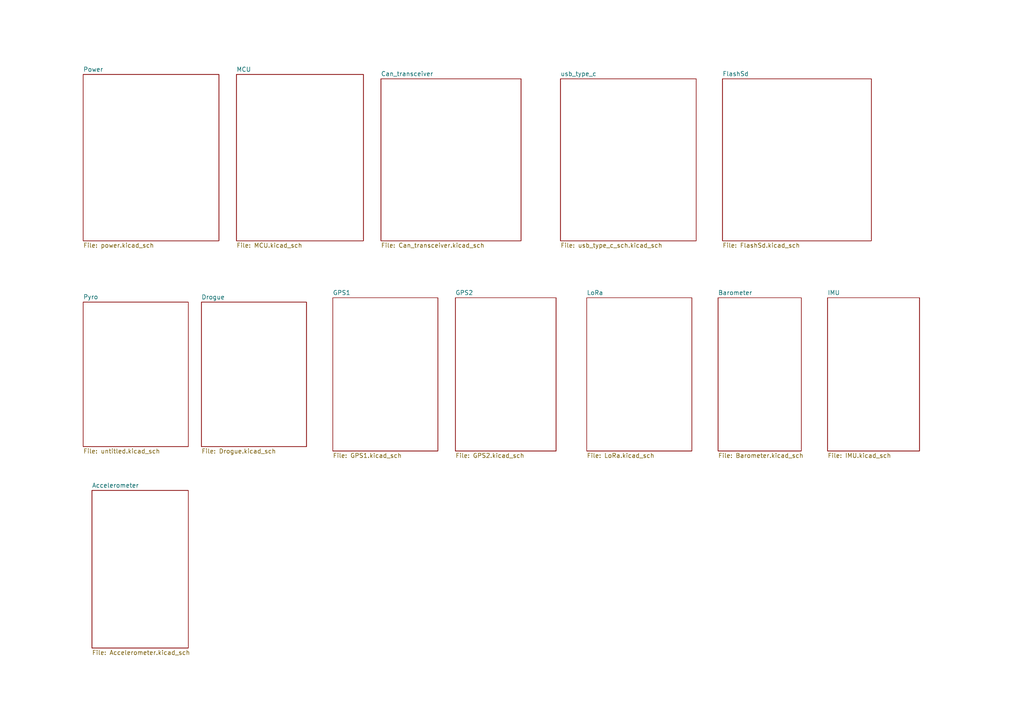
<source format=kicad_sch>
(kicad_sch
	(version 20250114)
	(generator "eeschema")
	(generator_version "9.0")
	(uuid "6cb3dda3-5fe8-4715-b831-354360aa3199")
	(paper "A4")
	(lib_symbols)
	(sheet
		(at 24.13 87.63)
		(size 30.48 41.91)
		(exclude_from_sim no)
		(in_bom yes)
		(on_board yes)
		(dnp no)
		(stroke
			(width 0.1524)
			(type solid)
		)
		(fill
			(color 0 0 0 0.0000)
		)
		(uuid "00a4b53a-09dd-45fe-9668-74427c57713f")
		(property "Sheetname" "Pyro"
			(at 24.13 86.868 0)
			(effects
				(font
					(size 1.27 1.27)
				)
				(justify left bottom)
			)
		)
		(property "Sheetfile" "untitled.kicad_sch"
			(at 24.13 130.1246 0)
			(effects
				(font
					(size 1.27 1.27)
				)
				(justify left top)
			)
		)
		(instances
			(project "flightcomputer2"
				(path "/6cb3dda3-5fe8-4715-b831-354360aa3199"
					(page "3")
				)
			)
		)
	)
	(sheet
		(at 162.56 22.86)
		(size 39.37 46.99)
		(exclude_from_sim no)
		(in_bom yes)
		(on_board yes)
		(dnp no)
		(fields_autoplaced yes)
		(stroke
			(width 0.1524)
			(type solid)
		)
		(fill
			(color 0 0 0 0.0000)
		)
		(uuid "105f27ec-5fab-44f4-a683-69b23a7486f0")
		(property "Sheetname" "usb_type_c"
			(at 162.56 22.1484 0)
			(effects
				(font
					(size 1.27 1.27)
				)
				(justify left bottom)
			)
		)
		(property "Sheetfile" "usb_type_c_sch.kicad_sch"
			(at 162.56 70.4346 0)
			(effects
				(font
					(size 1.27 1.27)
				)
				(justify left top)
			)
		)
		(instances
			(project "flightcomputer2"
				(path "/6cb3dda3-5fe8-4715-b831-354360aa3199"
					(page "7")
				)
			)
		)
	)
	(sheet
		(at 68.58 21.59)
		(size 36.83 48.26)
		(exclude_from_sim no)
		(in_bom yes)
		(on_board yes)
		(dnp no)
		(fields_autoplaced yes)
		(stroke
			(width 0.1524)
			(type solid)
		)
		(fill
			(color 0 0 0 0.0000)
		)
		(uuid "2415024d-c1fa-457e-8c6b-d01152b96a1d")
		(property "Sheetname" "MCU"
			(at 68.58 20.8784 0)
			(effects
				(font
					(size 1.27 1.27)
				)
				(justify left bottom)
			)
		)
		(property "Sheetfile" "MCU.kicad_sch"
			(at 68.58 70.4346 0)
			(effects
				(font
					(size 1.27 1.27)
				)
				(justify left top)
			)
		)
		(instances
			(project "flightcomputer2"
				(path "/6cb3dda3-5fe8-4715-b831-354360aa3199"
					(page "2")
				)
			)
		)
	)
	(sheet
		(at 96.52 86.36)
		(size 30.48 44.45)
		(exclude_from_sim no)
		(in_bom yes)
		(on_board yes)
		(dnp no)
		(fields_autoplaced yes)
		(stroke
			(width 0.1524)
			(type solid)
		)
		(fill
			(color 0 0 0 0.0000)
		)
		(uuid "48dec4ea-003d-4181-8fc8-af0c53e2850d")
		(property "Sheetname" "GPS1"
			(at 96.52 85.6484 0)
			(effects
				(font
					(size 1.27 1.27)
				)
				(justify left bottom)
			)
		)
		(property "Sheetfile" "GPS1.kicad_sch"
			(at 96.52 131.3946 0)
			(effects
				(font
					(size 1.27 1.27)
				)
				(justify left top)
			)
		)
		(instances
			(project "flightcomputer2"
				(path "/6cb3dda3-5fe8-4715-b831-354360aa3199"
					(page "8")
				)
			)
		)
	)
	(sheet
		(at 58.42 87.63)
		(size 30.48 41.91)
		(exclude_from_sim no)
		(in_bom yes)
		(on_board yes)
		(dnp no)
		(fields_autoplaced yes)
		(stroke
			(width 0.1524)
			(type solid)
		)
		(fill
			(color 0 0 0 0.0000)
		)
		(uuid "49edfe84-9da0-4fce-8baf-f24126c92814")
		(property "Sheetname" "Drogue"
			(at 58.42 86.9184 0)
			(effects
				(font
					(size 1.27 1.27)
				)
				(justify left bottom)
			)
		)
		(property "Sheetfile" "Drogue.kicad_sch"
			(at 58.42 130.1246 0)
			(effects
				(font
					(size 1.27 1.27)
				)
				(justify left top)
			)
		)
		(instances
			(project "flightcomputer2"
				(path "/6cb3dda3-5fe8-4715-b831-354360aa3199"
					(page "7")
				)
			)
		)
	)
	(sheet
		(at 208.28 86.36)
		(size 24.13 44.45)
		(exclude_from_sim no)
		(in_bom yes)
		(on_board yes)
		(dnp no)
		(fields_autoplaced yes)
		(stroke
			(width 0.1524)
			(type solid)
		)
		(fill
			(color 0 0 0 0.0000)
		)
		(uuid "4fd02220-789e-446c-b98b-396c4e06173f")
		(property "Sheetname" "Barometer"
			(at 208.28 85.6484 0)
			(effects
				(font
					(size 1.27 1.27)
				)
				(justify left bottom)
			)
		)
		(property "Sheetfile" "Barometer.kicad_sch"
			(at 208.28 131.3946 0)
			(effects
				(font
					(size 1.27 1.27)
				)
				(justify left top)
			)
		)
		(instances
			(project "flightcomputer2"
				(path "/6cb3dda3-5fe8-4715-b831-354360aa3199"
					(page "12")
				)
			)
		)
	)
	(sheet
		(at 110.49 22.86)
		(size 40.64 46.99)
		(exclude_from_sim no)
		(in_bom yes)
		(on_board yes)
		(dnp no)
		(fields_autoplaced yes)
		(stroke
			(width 0.1524)
			(type solid)
		)
		(fill
			(color 0 0 0 0.0000)
		)
		(uuid "83b93a99-cc2b-4131-8387-83d6bf066ab3")
		(property "Sheetname" "Can_transceiver"
			(at 110.49 22.1484 0)
			(effects
				(font
					(size 1.27 1.27)
				)
				(justify left bottom)
			)
		)
		(property "Sheetfile" "Can_transceiver.kicad_sch"
			(at 110.49 70.4346 0)
			(effects
				(font
					(size 1.27 1.27)
				)
				(justify left top)
			)
		)
		(instances
			(project "flightcomputer2"
				(path "/6cb3dda3-5fe8-4715-b831-354360aa3199"
					(page "4")
				)
			)
		)
	)
	(sheet
		(at 26.67 142.24)
		(size 27.94 45.72)
		(exclude_from_sim no)
		(in_bom yes)
		(on_board yes)
		(dnp no)
		(fields_autoplaced yes)
		(stroke
			(width 0.1524)
			(type solid)
		)
		(fill
			(color 0 0 0 0.0000)
		)
		(uuid "845ef161-5bd7-4496-b5c2-e65e4f30444a")
		(property "Sheetname" "Accelerometer"
			(at 26.67 141.5284 0)
			(effects
				(font
					(size 1.27 1.27)
				)
				(justify left bottom)
			)
		)
		(property "Sheetfile" "Accelerometer.kicad_sch"
			(at 26.67 188.5446 0)
			(effects
				(font
					(size 1.27 1.27)
				)
				(justify left top)
			)
		)
		(instances
			(project "flightcomputer2"
				(path "/6cb3dda3-5fe8-4715-b831-354360aa3199"
					(page "14")
				)
			)
		)
	)
	(sheet
		(at 170.18 86.36)
		(size 30.48 44.45)
		(exclude_from_sim no)
		(in_bom yes)
		(on_board yes)
		(dnp no)
		(fields_autoplaced yes)
		(stroke
			(width 0.1524)
			(type solid)
		)
		(fill
			(color 0 0 0 0.0000)
		)
		(uuid "97ae08f8-7044-40a2-9385-378b47d6b9a1")
		(property "Sheetname" "LoRa"
			(at 170.18 85.6484 0)
			(effects
				(font
					(size 1.27 1.27)
				)
				(justify left bottom)
			)
		)
		(property "Sheetfile" "LoRa.kicad_sch"
			(at 170.18 131.3946 0)
			(effects
				(font
					(size 1.27 1.27)
				)
				(justify left top)
			)
		)
		(instances
			(project "flightcomputer2"
				(path "/6cb3dda3-5fe8-4715-b831-354360aa3199"
					(page "10")
				)
			)
		)
	)
	(sheet
		(at 132.08 86.36)
		(size 29.21 44.45)
		(exclude_from_sim no)
		(in_bom yes)
		(on_board yes)
		(dnp no)
		(fields_autoplaced yes)
		(stroke
			(width 0.1524)
			(type solid)
		)
		(fill
			(color 0 0 0 0.0000)
		)
		(uuid "9d9c275c-2a03-42ca-b9d6-2448b2e4b2af")
		(property "Sheetname" "GPS2"
			(at 132.08 85.6484 0)
			(effects
				(font
					(size 1.27 1.27)
				)
				(justify left bottom)
			)
		)
		(property "Sheetfile" "GPS2.kicad_sch"
			(at 132.08 131.3946 0)
			(effects
				(font
					(size 1.27 1.27)
				)
				(justify left top)
			)
		)
		(instances
			(project "flightcomputer2"
				(path "/6cb3dda3-5fe8-4715-b831-354360aa3199"
					(page "9")
				)
			)
		)
	)
	(sheet
		(at 24.13 21.59)
		(size 39.37 48.26)
		(exclude_from_sim no)
		(in_bom yes)
		(on_board yes)
		(dnp no)
		(fields_autoplaced yes)
		(stroke
			(width 0.1524)
			(type solid)
		)
		(fill
			(color 0 0 0 0.0000)
		)
		(uuid "ba4deb13-717a-43bb-a60d-abfd8de92de6")
		(property "Sheetname" "Power"
			(at 24.13 20.8784 0)
			(effects
				(font
					(size 1.27 1.27)
				)
				(justify left bottom)
			)
		)
		(property "Sheetfile" "power.kicad_sch"
			(at 24.13 70.4346 0)
			(effects
				(font
					(size 1.27 1.27)
				)
				(justify left top)
			)
		)
		(instances
			(project "flightcomputer2"
				(path "/6cb3dda3-5fe8-4715-b831-354360aa3199"
					(page "6")
				)
			)
		)
	)
	(sheet
		(at 240.03 86.36)
		(size 26.67 44.45)
		(exclude_from_sim no)
		(in_bom yes)
		(on_board yes)
		(dnp no)
		(fields_autoplaced yes)
		(stroke
			(width 0.1524)
			(type solid)
		)
		(fill
			(color 0 0 0 0.0000)
		)
		(uuid "baf5f864-5fa3-4fb9-89f7-279135a67e52")
		(property "Sheetname" "IMU"
			(at 240.03 85.6484 0)
			(effects
				(font
					(size 1.27 1.27)
				)
				(justify left bottom)
			)
		)
		(property "Sheetfile" "IMU.kicad_sch"
			(at 240.03 131.3946 0)
			(effects
				(font
					(size 1.27 1.27)
				)
				(justify left top)
			)
		)
		(instances
			(project "flightcomputer2"
				(path "/6cb3dda3-5fe8-4715-b831-354360aa3199"
					(page "13")
				)
			)
		)
	)
	(sheet
		(at 209.55 22.86)
		(size 43.18 46.99)
		(exclude_from_sim no)
		(in_bom yes)
		(on_board yes)
		(dnp no)
		(fields_autoplaced yes)
		(stroke
			(width 0.1524)
			(type solid)
		)
		(fill
			(color 0 0 0 0.0000)
		)
		(uuid "caa4144d-1f54-4913-83e9-888ee3d0dcec")
		(property "Sheetname" "FlashSd"
			(at 209.55 22.1484 0)
			(effects
				(font
					(size 1.27 1.27)
				)
				(justify left bottom)
			)
		)
		(property "Sheetfile" "FlashSd.kicad_sch"
			(at 209.55 70.4346 0)
			(effects
				(font
					(size 1.27 1.27)
				)
				(justify left top)
			)
		)
		(instances
			(project "flightcomputer2"
				(path "/6cb3dda3-5fe8-4715-b831-354360aa3199"
					(page "11")
				)
			)
		)
	)
	(sheet_instances
		(path "/"
			(page "1")
		)
	)
	(embedded_fonts no)
)

</source>
